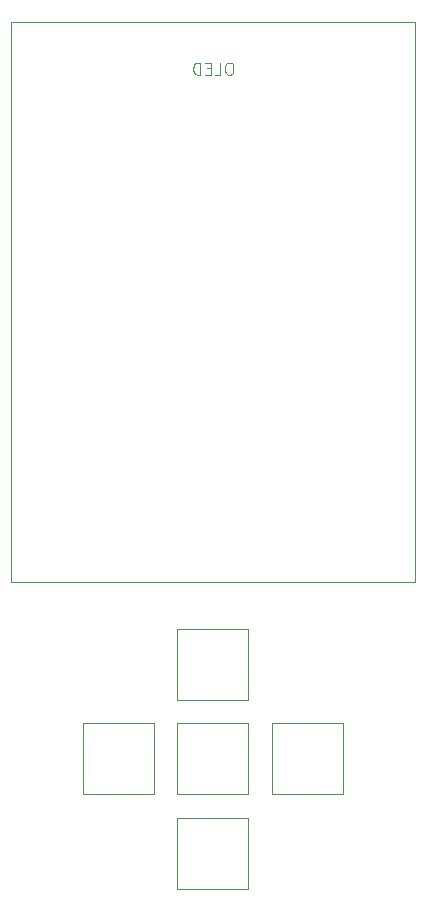
<source format=gbo>
G04 #@! TF.GenerationSoftware,KiCad,Pcbnew,9.0.3*
G04 #@! TF.CreationDate,2025-12-21T00:38:46-08:00*
G04 #@! TF.ProjectId,games_aparat_electronics,67616d65-735f-4617-9061-7261745f656c,rev?*
G04 #@! TF.SameCoordinates,Original*
G04 #@! TF.FileFunction,Legend,Bot*
G04 #@! TF.FilePolarity,Positive*
%FSLAX46Y46*%
G04 Gerber Fmt 4.6, Leading zero omitted, Abs format (unit mm)*
G04 Created by KiCad (PCBNEW 9.0.3) date 2025-12-21 00:38:46*
%MOMM*%
%LPD*%
G01*
G04 APERTURE LIST*
G04 Aperture macros list*
%AMFreePoly0*
4,1,5,0.750000,-1.000000,-0.750000,-1.000000,-0.750000,1.000000,0.750000,1.000000,0.750000,-1.000000,0.750000,-1.000000,$1*%
G04 Aperture macros list end*
%ADD10C,0.100000*%
%ADD11C,1.000000*%
%ADD12R,2.500000X2.500000*%
%ADD13C,2.000000*%
%ADD14FreePoly0,0.000000*%
%ADD15FreePoly0,270.000000*%
%ADD16O,2.000000X3.500000*%
%ADD17C,1.734000*%
G04 APERTURE END LIST*
D10*
X144400000Y-41800000D02*
X178600000Y-41800000D01*
X178600000Y-89200000D01*
X144400000Y-89200000D01*
X144400000Y-41800000D01*
X163005639Y-45272419D02*
X162815163Y-45272419D01*
X162815163Y-45272419D02*
X162719925Y-45320038D01*
X162719925Y-45320038D02*
X162624687Y-45415276D01*
X162624687Y-45415276D02*
X162577068Y-45605752D01*
X162577068Y-45605752D02*
X162577068Y-45939085D01*
X162577068Y-45939085D02*
X162624687Y-46129561D01*
X162624687Y-46129561D02*
X162719925Y-46224800D01*
X162719925Y-46224800D02*
X162815163Y-46272419D01*
X162815163Y-46272419D02*
X163005639Y-46272419D01*
X163005639Y-46272419D02*
X163100877Y-46224800D01*
X163100877Y-46224800D02*
X163196115Y-46129561D01*
X163196115Y-46129561D02*
X163243734Y-45939085D01*
X163243734Y-45939085D02*
X163243734Y-45605752D01*
X163243734Y-45605752D02*
X163196115Y-45415276D01*
X163196115Y-45415276D02*
X163100877Y-45320038D01*
X163100877Y-45320038D02*
X163005639Y-45272419D01*
X161672306Y-46272419D02*
X162148496Y-46272419D01*
X162148496Y-46272419D02*
X162148496Y-45272419D01*
X161338972Y-45748609D02*
X161005639Y-45748609D01*
X160862782Y-46272419D02*
X161338972Y-46272419D01*
X161338972Y-46272419D02*
X161338972Y-45272419D01*
X161338972Y-45272419D02*
X160862782Y-45272419D01*
X160434210Y-46272419D02*
X160434210Y-45272419D01*
X160434210Y-45272419D02*
X160196115Y-45272419D01*
X160196115Y-45272419D02*
X160053258Y-45320038D01*
X160053258Y-45320038D02*
X159958020Y-45415276D01*
X159958020Y-45415276D02*
X159910401Y-45510514D01*
X159910401Y-45510514D02*
X159862782Y-45700990D01*
X159862782Y-45700990D02*
X159862782Y-45843847D01*
X159862782Y-45843847D02*
X159910401Y-46034323D01*
X159910401Y-46034323D02*
X159958020Y-46129561D01*
X159958020Y-46129561D02*
X160053258Y-46224800D01*
X160053258Y-46224800D02*
X160196115Y-46272419D01*
X160196115Y-46272419D02*
X160434210Y-46272419D01*
X172500000Y-101200000D02*
X166500000Y-101200000D01*
X166500000Y-107200000D01*
X172500000Y-107200000D01*
X172500000Y-101200000D01*
X164500000Y-93200000D02*
X158500000Y-93200000D01*
X158500000Y-99200000D01*
X164500000Y-99200000D01*
X164500000Y-93200000D01*
X164500000Y-109200000D02*
X158500000Y-109200000D01*
X158500000Y-115200000D01*
X164500000Y-115200000D01*
X164500000Y-109200000D01*
X156500000Y-101200000D02*
X150500000Y-101200000D01*
X150500000Y-107200000D01*
X156500000Y-107200000D01*
X156500000Y-101200000D01*
X164500000Y-101200000D02*
X158500000Y-101200000D01*
X158500000Y-107200000D01*
X164500000Y-107200000D01*
X164500000Y-101200000D01*
%LPC*%
D11*
X167100000Y-104200000D03*
X171900000Y-104200000D03*
D12*
X154500000Y-91700000D03*
X158000000Y-91700000D03*
X165000000Y-91700000D03*
X168500000Y-91700000D03*
X154400000Y-114400000D03*
X168600000Y-114400000D03*
D13*
X166000000Y-43500000D03*
X163000000Y-43500000D03*
X160000000Y-43500000D03*
X157000000Y-43500000D03*
X143100000Y-104300000D03*
X143100000Y-108300000D03*
X143100000Y-112300000D03*
D14*
X154100000Y-65400000D03*
X156700000Y-65400000D03*
X159300000Y-65400000D03*
X161900000Y-65400000D03*
X164500000Y-65400000D03*
X167100000Y-65400000D03*
X169700000Y-65400000D03*
X172300000Y-65400000D03*
X174900000Y-65400000D03*
D15*
X175150000Y-62650000D03*
X175150000Y-60050000D03*
X175150000Y-57450000D03*
X175150000Y-54850000D03*
X175150000Y-52250000D03*
D14*
X174900000Y-49500000D03*
X172300000Y-49500000D03*
X169700000Y-49500000D03*
X167100000Y-49500000D03*
X164500000Y-49500000D03*
X161900000Y-49500000D03*
X159300000Y-49500000D03*
X156700000Y-49500000D03*
X154100000Y-49500000D03*
D16*
X147700000Y-84900000D03*
X151200000Y-84900000D03*
X143000000Y-66700000D03*
X151200000Y-66700000D03*
D11*
X159100000Y-96200000D03*
X163900000Y-96200000D03*
X159100000Y-112200000D03*
X163900000Y-112200000D03*
X151100000Y-104200000D03*
X155900000Y-104200000D03*
X159100000Y-104200000D03*
X163900000Y-104200000D03*
D17*
X171600000Y-69820000D03*
X171600000Y-72360000D03*
X171600000Y-74900000D03*
X171600000Y-77440000D03*
X171600000Y-79980000D03*
X171600000Y-82520000D03*
X171600000Y-85060000D03*
X158646000Y-79240000D03*
X158646000Y-75740000D03*
%LPD*%
M02*

</source>
